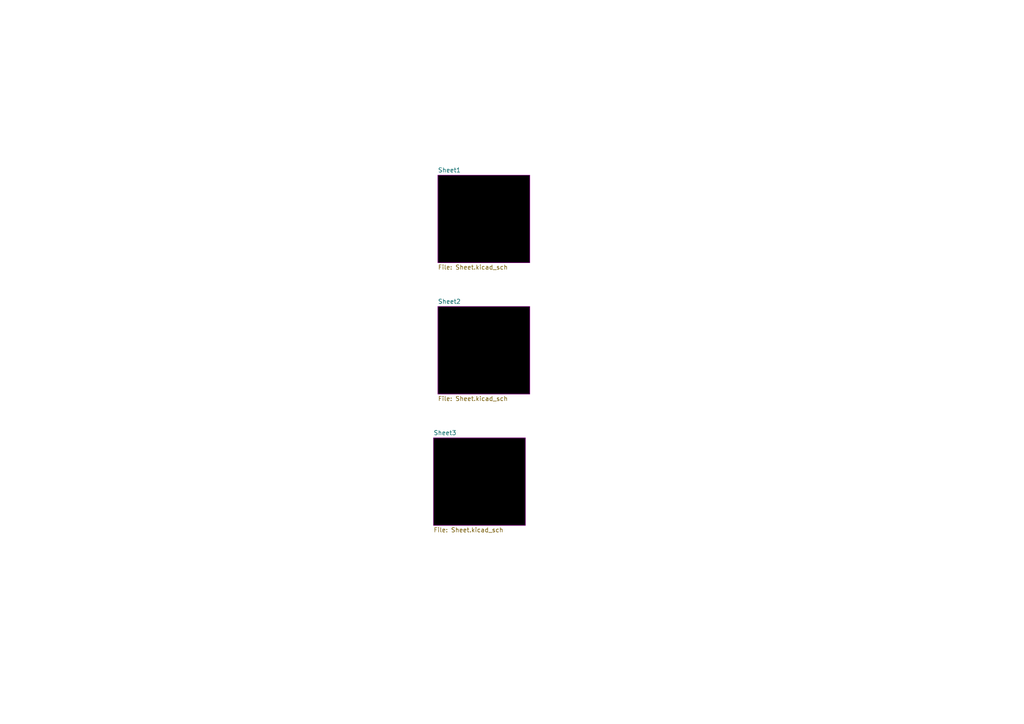
<source format=kicad_sch>
(kicad_sch (version 20211123) (generator eeschema)
  (paper "A4")
  (lib_symbols)
  (sheet (at 127 50.8) (size 26.67 25.4) (stroke (width 0.1524) (color 132 0 132 1)) (fill (color 0 0 0 1.0000))
    (property "Sheet name" "Sheet1" (at 127 50.0884 0) (effects (justify left bottom)))
    (property "Sheet file" "Sheet.kicad_sch" (at 127 76.7846 0) (effects (justify left top)))
  )
  (sheet (at 125.73 127) (size 26.67 25.4) (stroke (width 0.1524) (color 132 0 132 1)) (fill (color 0 0 0 1.0000))
    (property "Sheet name" "Sheet3" (at 125.73 126.2884 0) (effects (justify left bottom)))
    (property "Sheet file" "Sheet.kicad_sch" (at 125.73 152.9846 0) (effects (justify left top)))
  )
  (sheet (at 127 88.9) (size 26.67 25.4) (stroke (width 0.1524) (color 132 0 132 1)) (fill (color 0 0 0 1.0000))
    (property "Sheet name" "Sheet2" (at 127 88.1884 0) (effects (justify left bottom)))
    (property "Sheet file" "Sheet.kicad_sch" (at 127 114.8846 0) (effects (justify left top)))
  )
)
</source>
